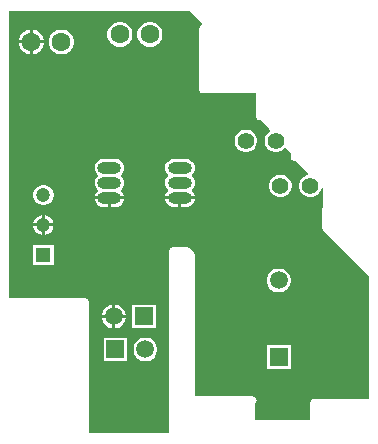
<source format=gbl>
G04*
G04 #@! TF.GenerationSoftware,Altium Limited,Altium Designer,21.8.1 (53)*
G04*
G04 Layer_Physical_Order=2*
G04 Layer_Color=16711680*
%FSLAX25Y25*%
%MOIN*%
G70*
G04*
G04 #@! TF.SameCoordinates,09E1DB28-DAEE-4E81-ADDD-69EA7BC9691D*
G04*
G04*
G04 #@! TF.FilePolarity,Positive*
G04*
G01*
G75*
%ADD26C,0.05512*%
%ADD27C,0.06299*%
%ADD28O,0.07874X0.03937*%
%ADD29O,0.07874X0.03937*%
%ADD30C,0.05906*%
%ADD31R,0.05906X0.05906*%
%ADD32R,0.05906X0.05906*%
%ADD33C,0.04724*%
%ADD34R,0.04724X0.04724*%
G36*
X385558Y389500D02*
X384779Y388721D01*
X384558Y388390D01*
X384481Y388000D01*
Y367500D01*
X384558Y367110D01*
X384779Y366779D01*
X385110Y366558D01*
X385500Y366480D01*
X403480D01*
Y358500D01*
X403558Y358110D01*
X403779Y357779D01*
X404110Y357558D01*
X404500Y357481D01*
X405078D01*
X407480Y355078D01*
Y355000D01*
X407558Y354610D01*
X407779Y354279D01*
X407897Y354200D01*
X407906Y353628D01*
X407694Y353505D01*
X406994Y352806D01*
X406500Y351950D01*
X406244Y350994D01*
Y350006D01*
X406500Y349050D01*
X406994Y348194D01*
X407694Y347495D01*
X408550Y347000D01*
X409506Y346744D01*
X410495D01*
X411450Y347000D01*
X412306Y347495D01*
X412843Y348031D01*
X413088Y348171D01*
X413503Y348055D01*
X414981Y346578D01*
Y345000D01*
X415058Y344610D01*
X415279Y344279D01*
X415610Y344058D01*
X416000Y343981D01*
X416578D01*
X420831Y339727D01*
X420682Y339169D01*
X420050Y339000D01*
X419194Y338506D01*
X418495Y337806D01*
X418000Y336950D01*
X417744Y335995D01*
Y335005D01*
X418000Y334050D01*
X418495Y333194D01*
X419194Y332494D01*
X420050Y332000D01*
X421005Y331744D01*
X421994D01*
X422950Y332000D01*
X423806Y332494D01*
X424506Y333194D01*
X425000Y334050D01*
X425219Y334868D01*
X425718Y334797D01*
X425481Y321518D01*
X425482Y321509D01*
X425481Y321500D01*
X425518Y321314D01*
X425551Y321127D01*
X425556Y321119D01*
X425558Y321110D01*
X425664Y320952D01*
X425766Y320792D01*
X425774Y320787D01*
X425779Y320779D01*
X440980Y305578D01*
Y264630D01*
X440759Y264520D01*
X422500D01*
X422110Y264442D01*
X421779Y264221D01*
X421558Y263890D01*
X421481Y263500D01*
Y257520D01*
X403020D01*
Y263078D01*
X403221Y263279D01*
X403442Y263610D01*
X403519Y264000D01*
X403442Y264390D01*
X403221Y264721D01*
X402721Y265221D01*
X402390Y265442D01*
X402000Y265519D01*
X383019D01*
Y312500D01*
X382942Y312890D01*
X382721Y313221D01*
X381221Y314721D01*
X380890Y314942D01*
X380500Y315019D01*
X375500D01*
X375110Y314942D01*
X374779Y314721D01*
X374558Y314390D01*
X374481Y314000D01*
Y253422D01*
X374078Y253019D01*
X347630D01*
X347519Y253241D01*
Y297000D01*
X347442Y297390D01*
X347221Y297721D01*
X346890Y297942D01*
X346500Y298020D01*
X321500D01*
X321020Y298434D01*
Y393981D01*
X381078D01*
X385558Y389500D01*
D02*
G37*
%LPC*%
G36*
X329046Y387650D02*
X329000D01*
Y384000D01*
X332650D01*
Y384046D01*
X332367Y385102D01*
X331821Y386048D01*
X331048Y386821D01*
X330102Y387367D01*
X329046Y387650D01*
D02*
G37*
G36*
X328000D02*
X327954D01*
X326898Y387367D01*
X325952Y386821D01*
X325180Y386048D01*
X324633Y385102D01*
X324350Y384046D01*
Y384000D01*
X328000D01*
Y387650D01*
D02*
G37*
G36*
X368546Y390150D02*
X367454D01*
X366398Y389867D01*
X365452Y389320D01*
X364680Y388548D01*
X364133Y387602D01*
X363850Y386546D01*
Y385454D01*
X364133Y384398D01*
X364680Y383452D01*
X365452Y382680D01*
X366398Y382133D01*
X367454Y381850D01*
X368546D01*
X369602Y382133D01*
X370548Y382680D01*
X371321Y383452D01*
X371867Y384398D01*
X372150Y385454D01*
Y386546D01*
X371867Y387602D01*
X371321Y388548D01*
X370548Y389320D01*
X369602Y389867D01*
X368546Y390150D01*
D02*
G37*
G36*
X358546D02*
X357454D01*
X356398Y389867D01*
X355452Y389320D01*
X354679Y388548D01*
X354133Y387602D01*
X353850Y386546D01*
Y385454D01*
X354133Y384398D01*
X354679Y383452D01*
X355452Y382680D01*
X356398Y382133D01*
X357454Y381850D01*
X358546D01*
X359602Y382133D01*
X360548Y382680D01*
X361320Y383452D01*
X361867Y384398D01*
X362150Y385454D01*
Y386546D01*
X361867Y387602D01*
X361320Y388548D01*
X360548Y389320D01*
X359602Y389867D01*
X358546Y390150D01*
D02*
G37*
G36*
X339046Y387650D02*
X337954D01*
X336898Y387367D01*
X335952Y386821D01*
X335179Y386048D01*
X334633Y385102D01*
X334350Y384046D01*
Y382954D01*
X334633Y381898D01*
X335179Y380952D01*
X335952Y380180D01*
X336898Y379633D01*
X337954Y379350D01*
X339046D01*
X340102Y379633D01*
X341048Y380180D01*
X341821Y380952D01*
X342367Y381898D01*
X342650Y382954D01*
Y384046D01*
X342367Y385102D01*
X341821Y386048D01*
X341048Y386821D01*
X340102Y387367D01*
X339046Y387650D01*
D02*
G37*
G36*
X332650Y383000D02*
X329000D01*
Y379350D01*
X329046D01*
X330102Y379633D01*
X331048Y380180D01*
X331821Y380952D01*
X332367Y381898D01*
X332650Y382954D01*
Y383000D01*
D02*
G37*
G36*
X328000D02*
X324350D01*
Y382954D01*
X324633Y381898D01*
X325180Y380952D01*
X325952Y380180D01*
X326898Y379633D01*
X327954Y379350D01*
X328000D01*
Y383000D01*
D02*
G37*
G36*
X400494Y354256D02*
X399505D01*
X398550Y354000D01*
X397694Y353505D01*
X396994Y352806D01*
X396500Y351950D01*
X396244Y350994D01*
Y350006D01*
X396500Y349050D01*
X396994Y348194D01*
X397694Y347495D01*
X398550Y347000D01*
X399505Y346744D01*
X400494D01*
X401450Y347000D01*
X402306Y347495D01*
X403006Y348194D01*
X403500Y349050D01*
X403756Y350006D01*
Y350994D01*
X403500Y351950D01*
X403006Y352806D01*
X402306Y353505D01*
X401450Y354000D01*
X400494Y354256D01*
D02*
G37*
G36*
X379969Y344494D02*
X376031D01*
X375257Y344392D01*
X374534Y344093D01*
X373914Y343617D01*
X373439Y342997D01*
X373139Y342275D01*
X373037Y341500D01*
X373139Y340725D01*
X373439Y340003D01*
X373914Y339383D01*
X374087Y339250D01*
Y338750D01*
X373914Y338617D01*
X373439Y337997D01*
X373139Y337275D01*
X373037Y336500D01*
X373139Y335725D01*
X373439Y335003D01*
X373914Y334383D01*
X374087Y334250D01*
Y333750D01*
X373914Y333617D01*
X373439Y332997D01*
X373139Y332275D01*
X373103Y332000D01*
X382897D01*
X382861Y332275D01*
X382561Y332997D01*
X382086Y333617D01*
X381913Y333750D01*
Y334250D01*
X382086Y334383D01*
X382561Y335003D01*
X382861Y335725D01*
X382963Y336500D01*
X382861Y337275D01*
X382561Y337997D01*
X382086Y338617D01*
X381913Y338750D01*
Y339250D01*
X382086Y339383D01*
X382561Y340003D01*
X382861Y340725D01*
X382963Y341500D01*
X382861Y342275D01*
X382561Y342997D01*
X382086Y343617D01*
X381466Y344093D01*
X380743Y344392D01*
X379969Y344494D01*
D02*
G37*
G36*
X356469D02*
X352532D01*
X351757Y344392D01*
X351034Y344093D01*
X350414Y343617D01*
X349939Y342997D01*
X349639Y342275D01*
X349537Y341500D01*
X349639Y340725D01*
X349939Y340003D01*
X350414Y339383D01*
X350587Y339250D01*
Y338750D01*
X350414Y338617D01*
X349939Y337997D01*
X349639Y337275D01*
X349537Y336500D01*
X349639Y335725D01*
X349939Y335003D01*
X350414Y334383D01*
X350587Y334250D01*
Y333750D01*
X350414Y333617D01*
X349939Y332997D01*
X349639Y332275D01*
X349603Y332000D01*
X359397D01*
X359361Y332275D01*
X359062Y332997D01*
X358586Y333617D01*
X358413Y333750D01*
Y334250D01*
X358586Y334383D01*
X359062Y335003D01*
X359361Y335725D01*
X359463Y336500D01*
X359361Y337275D01*
X359062Y337997D01*
X358586Y338617D01*
X358413Y338750D01*
Y339250D01*
X358586Y339383D01*
X359062Y340003D01*
X359361Y340725D01*
X359463Y341500D01*
X359361Y342275D01*
X359062Y342997D01*
X358586Y343617D01*
X357966Y344093D01*
X357243Y344392D01*
X356469Y344494D01*
D02*
G37*
G36*
X411995Y339256D02*
X411005D01*
X410050Y339000D01*
X409194Y338506D01*
X408495Y337806D01*
X408000Y336950D01*
X407744Y335995D01*
Y335005D01*
X408000Y334050D01*
X408495Y333194D01*
X409194Y332494D01*
X410050Y332000D01*
X411005Y331744D01*
X411995D01*
X412950Y332000D01*
X413806Y332494D01*
X414505Y333194D01*
X415000Y334050D01*
X415256Y335005D01*
Y335995D01*
X415000Y336950D01*
X414505Y337806D01*
X413806Y338506D01*
X412950Y339000D01*
X411995Y339256D01*
D02*
G37*
G36*
X332943Y335862D02*
X332057D01*
X331202Y335633D01*
X330436Y335190D01*
X329810Y334564D01*
X329367Y333798D01*
X329138Y332943D01*
Y332057D01*
X329367Y331202D01*
X329810Y330436D01*
X330436Y329810D01*
X331202Y329367D01*
X332057Y329138D01*
X332943D01*
X333798Y329367D01*
X334564Y329810D01*
X335190Y330436D01*
X335633Y331202D01*
X335862Y332057D01*
Y332943D01*
X335633Y333798D01*
X335190Y334564D01*
X334564Y335190D01*
X333798Y335633D01*
X332943Y335862D01*
D02*
G37*
G36*
X382897Y331000D02*
X378500D01*
Y328506D01*
X379969D01*
X380743Y328608D01*
X381466Y328907D01*
X382086Y329383D01*
X382561Y330003D01*
X382861Y330725D01*
X382897Y331000D01*
D02*
G37*
G36*
X377500D02*
X373103D01*
X373139Y330725D01*
X373439Y330003D01*
X373914Y329383D01*
X374534Y328907D01*
X375257Y328608D01*
X376031Y328506D01*
X377500D01*
Y331000D01*
D02*
G37*
G36*
X359397D02*
X355000D01*
Y328506D01*
X356469D01*
X357243Y328608D01*
X357966Y328907D01*
X358586Y329383D01*
X359062Y330003D01*
X359361Y330725D01*
X359397Y331000D01*
D02*
G37*
G36*
X354000D02*
X349603D01*
X349639Y330725D01*
X349939Y330003D01*
X350414Y329383D01*
X351034Y328907D01*
X351757Y328608D01*
X352532Y328506D01*
X354000D01*
Y331000D01*
D02*
G37*
G36*
X333000Y325847D02*
Y323000D01*
X335847D01*
X335633Y323798D01*
X335190Y324564D01*
X334564Y325190D01*
X333798Y325633D01*
X333000Y325847D01*
D02*
G37*
G36*
X332000D02*
X331202Y325633D01*
X330436Y325190D01*
X329810Y324564D01*
X329367Y323798D01*
X329153Y323000D01*
X332000D01*
Y325847D01*
D02*
G37*
G36*
X335847Y322000D02*
X333000D01*
Y319153D01*
X333798Y319367D01*
X334564Y319810D01*
X335190Y320436D01*
X335633Y321202D01*
X335847Y322000D01*
D02*
G37*
G36*
X332000D02*
X329153D01*
X329367Y321202D01*
X329810Y320436D01*
X330436Y319810D01*
X331202Y319367D01*
X332000Y319153D01*
Y322000D01*
D02*
G37*
G36*
X335862Y315862D02*
X329138D01*
Y309138D01*
X335862D01*
Y315862D01*
D02*
G37*
G36*
X411465Y307949D02*
X410425D01*
X409419Y307680D01*
X408518Y307160D01*
X407782Y306424D01*
X407262Y305522D01*
X406992Y304517D01*
Y303476D01*
X407262Y302471D01*
X407782Y301570D01*
X408518Y300834D01*
X409419Y300313D01*
X410425Y300044D01*
X411465D01*
X412471Y300313D01*
X413372Y300834D01*
X414108Y301570D01*
X414628Y302471D01*
X414898Y303476D01*
Y304517D01*
X414628Y305522D01*
X414108Y306424D01*
X413372Y307160D01*
X412471Y307680D01*
X411465Y307949D01*
D02*
G37*
G36*
X356520Y295953D02*
X356500D01*
Y292500D01*
X359953D01*
Y292520D01*
X359683Y293526D01*
X359163Y294427D01*
X358427Y295163D01*
X357526Y295683D01*
X356520Y295953D01*
D02*
G37*
G36*
X355500D02*
X355480D01*
X354474Y295683D01*
X353573Y295163D01*
X352837Y294427D01*
X352317Y293526D01*
X352047Y292520D01*
Y292500D01*
X355500D01*
Y295953D01*
D02*
G37*
G36*
X369953D02*
X362047D01*
Y288047D01*
X369953D01*
Y295953D01*
D02*
G37*
G36*
X359953Y291500D02*
X356500D01*
Y288047D01*
X356520D01*
X357526Y288317D01*
X358427Y288837D01*
X359163Y289573D01*
X359683Y290474D01*
X359953Y291480D01*
Y291500D01*
D02*
G37*
G36*
X355500D02*
X352047D01*
Y291480D01*
X352317Y290474D01*
X352837Y289573D01*
X353573Y288837D01*
X354474Y288317D01*
X355480Y288047D01*
X355500D01*
Y291500D01*
D02*
G37*
G36*
X367020Y284953D02*
X365980D01*
X364974Y284683D01*
X364073Y284163D01*
X363337Y283427D01*
X362817Y282526D01*
X362547Y281520D01*
Y280480D01*
X362817Y279474D01*
X363337Y278573D01*
X364073Y277837D01*
X364974Y277317D01*
X365980Y277047D01*
X367020D01*
X368026Y277317D01*
X368927Y277837D01*
X369663Y278573D01*
X370183Y279474D01*
X370453Y280480D01*
Y281520D01*
X370183Y282526D01*
X369663Y283427D01*
X368927Y284163D01*
X368026Y284683D01*
X367020Y284953D01*
D02*
G37*
G36*
X360453D02*
X352547D01*
Y277047D01*
X360453D01*
Y284953D01*
D02*
G37*
G36*
X414898Y282359D02*
X406992D01*
Y274453D01*
X414898D01*
Y282359D01*
D02*
G37*
%LPD*%
D26*
X411500Y335500D02*
D03*
X421500D02*
D03*
X400000Y350500D02*
D03*
X410000D02*
D03*
D27*
X328500Y383500D02*
D03*
X338500D02*
D03*
X358000Y386000D02*
D03*
X368000D02*
D03*
D28*
X354500Y331500D02*
D03*
X378000D02*
D03*
D29*
X354500Y336500D02*
D03*
Y341500D02*
D03*
X378000Y336500D02*
D03*
Y341500D02*
D03*
D30*
X410945Y303997D02*
D03*
X366500Y281000D02*
D03*
X356000Y292000D02*
D03*
D31*
X410945Y278406D02*
D03*
D32*
X356500Y281000D02*
D03*
X366000Y292000D02*
D03*
D33*
X332500Y332500D02*
D03*
Y322500D02*
D03*
D34*
Y312500D02*
D03*
M02*

</source>
